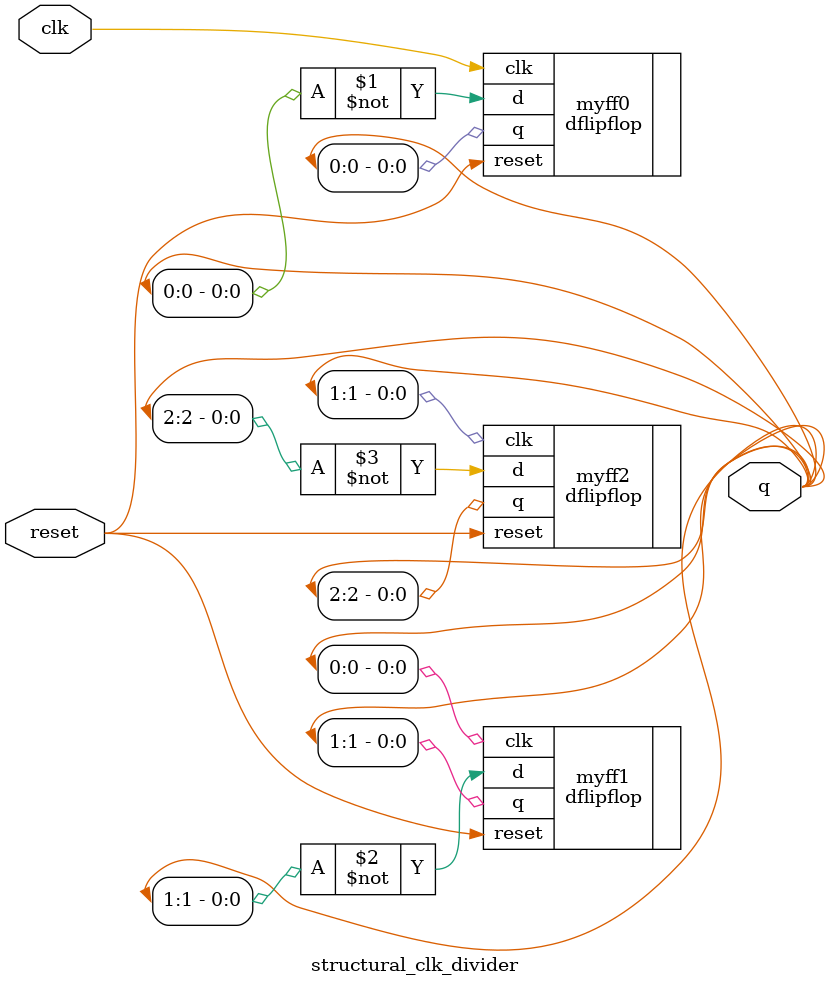
<source format=v>
`timescale 1ns / 1ps


module structural_clk_divider(
input clk,reset,
output [2:0] q
    );



dflipflop myff0(.clk(clk),.reset(reset),.d(~q[0]),.q(q[0]));
dflipflop myff1(.clk(q[0]),.reset(reset),.d(~q[1]),.q(q[1]));
dflipflop myff2(.clk(q[1]),.reset(reset),.d(~q[2]),.q(q[2]));
    
endmodule

</source>
